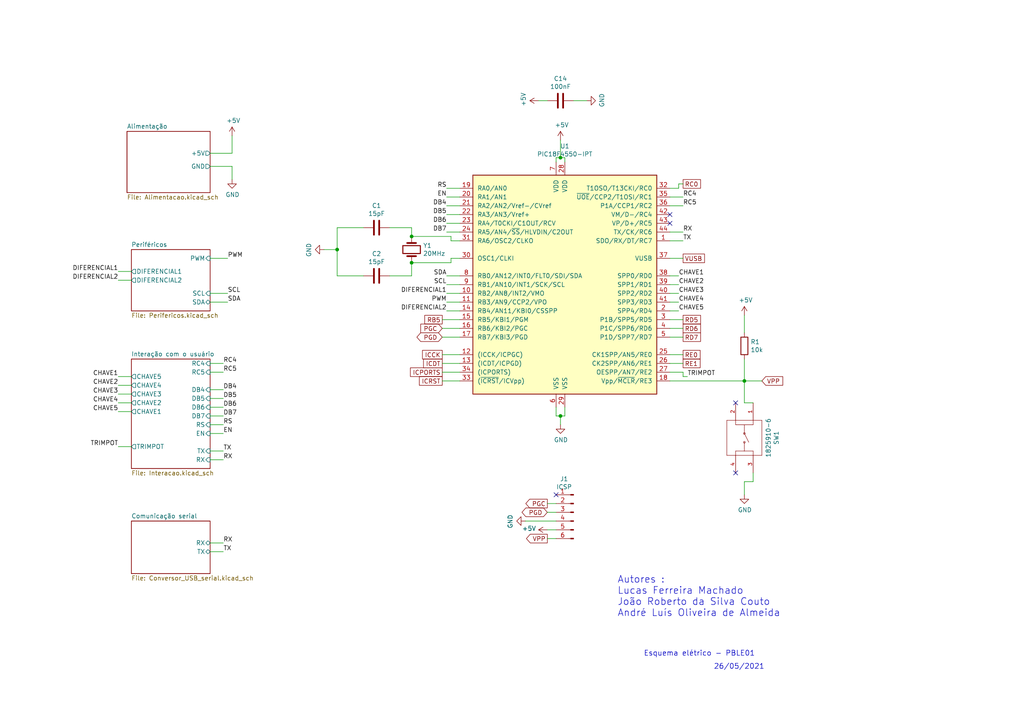
<source format=kicad_sch>
(kicad_sch (version 20211123) (generator eeschema)
  (paper "A4")
  (lib_symbols
    (symbol "Chave_1825910-6:1825910-6" (pin_names (offset 1.016) hide)
      (property "Reference" "SW" (at -5.08 5.842 0))
      (property "Value" "1825910-6" (at -5.08 -7.62 0))
      (symbol "1825910-6_0_0"
        (circle (center -1.27 0) (radius 0.254) (stroke (width 0.127)))
        (polyline (pts (xy -5.08 -5.08) (xy 5.08 -5.08)) (stroke (width 0.127)))
        (polyline (pts (xy -5.08 -2.54) (xy -5.08 -5.08)) (stroke (width 0.127)))
        (polyline (pts (xy -5.08 2.54) (xy -5.08 -2.54)) (stroke (width 0.127)))
        (polyline (pts (xy -5.08 2.54) (xy -3.81 2.54)) (stroke (width 0.127)))
        (polyline (pts (xy -5.08 5.08) (xy -5.08 2.54)) (stroke (width 0.127)))
        (polyline (pts (xy -5.08 5.08) (xy 5.08 5.08)) (stroke (width 0.127)))
        (polyline (pts (xy -3.81 -2.54) (xy -5.08 -2.54)) (stroke (width 0.127)))
        (polyline (pts (xy -3.81 0) (xy -3.81 -2.54)) (stroke (width 0.127)))
        (polyline (pts (xy -3.81 0) (xy -1.27 0)) (stroke (width 0.127)))
        (polyline (pts (xy -3.81 2.54) (xy -3.81 0)) (stroke (width 0.127)))
        (polyline (pts (xy -1.27 0) (xy 1.27 1.27)) (stroke (width 0.127)))
        (polyline (pts (xy 1.27 0) (xy 3.81 0)) (stroke (width 0.127)))
        (polyline (pts (xy 3.81 -2.54) (xy 5.08 -2.54)) (stroke (width 0.127)))
        (polyline (pts (xy 3.81 0) (xy 3.81 -2.54)) (stroke (width 0.127)))
        (polyline (pts (xy 3.81 0) (xy 3.81 2.54)) (stroke (width 0.127)))
        (polyline (pts (xy 3.81 2.54) (xy 5.08 2.54)) (stroke (width 0.127)))
        (polyline (pts (xy 5.08 -2.54) (xy 5.08 -5.08)) (stroke (width 0.127)))
        (polyline (pts (xy 5.08 2.54) (xy 5.08 -2.54)) (stroke (width 0.127)))
        (polyline (pts (xy 5.08 5.08) (xy 5.08 2.54)) (stroke (width 0.127)))
        (circle (center 1.27 0) (radius 0.254) (stroke (width 0.127)))
        (pin passive line (at -10.16 2.54 0) (length 5.08) (name "~") (number "1"))
        (pin passive line (at -10.16 -2.54 0) (length 5.08) (name "~") (number "2"))
        (pin passive line (at 10.16 2.54 180) (length 5.08) (name "~") (number "3"))
        (pin passive line (at 10.16 -2.54 180) (length 5.08) (name "~") (number "4"))
      )
    )
    (symbol "Connector:Conn_01x06_Male" (pin_names (offset 1.016) hide)
      (property "Reference" "J" (at 0 7.62 0))
      (property "Value" "Conn_01x06_Male" (at 0 -10.16 0))
      (symbol "Conn_01x06_Male_1_1"
        (polyline (pts (xy 1.27 -7.62) (xy 0.8636 -7.62)) (stroke (width 0.1524)))
        (polyline (pts (xy 1.27 -5.08) (xy 0.8636 -5.08)) (stroke (width 0.1524)))
        (polyline (pts (xy 1.27 -2.54) (xy 0.8636 -2.54)) (stroke (width 0.1524)))
        (polyline (pts (xy 1.27 0) (xy 0.8636 0)) (stroke (width 0.1524)))
        (polyline (pts (xy 1.27 2.54) (xy 0.8636 2.54)) (stroke (width 0.1524)))
        (polyline (pts (xy 1.27 5.08) (xy 0.8636 5.08)) (stroke (width 0.1524)))
        (rectangle (start 0.8636 -7.493) (end 0 -7.747) (stroke (width 0.1524)) (fill (type outline)))
        (rectangle (start 0.8636 -4.953) (end 0 -5.207) (stroke (width 0.1524)) (fill (type outline)))
        (rectangle (start 0.8636 -2.413) (end 0 -2.667) (stroke (width 0.1524)) (fill (type outline)))
        (rectangle (start 0.8636 0.127) (end 0 -0.127) (stroke (width 0.1524)) (fill (type outline)))
        (rectangle (start 0.8636 2.667) (end 0 2.413) (stroke (width 0.1524)) (fill (type outline)))
        (rectangle (start 0.8636 5.207) (end 0 4.953) (stroke (width 0.1524)) (fill (type outline)))
        (pin passive line (at 5.08 5.08 180) (length 3.81) (name "Pin_1") (number "1"))
        (pin passive line (at 5.08 2.54 180) (length 3.81) (name "Pin_2") (number "2"))
        (pin passive line (at 5.08 0 180) (length 3.81) (name "Pin_3") (number "3"))
        (pin passive line (at 5.08 -2.54 180) (length 3.81) (name "Pin_4") (number "4"))
        (pin passive line (at 5.08 -5.08 180) (length 3.81) (name "Pin_5") (number "5"))
        (pin passive line (at 5.08 -7.62 180) (length 3.81) (name "Pin_6") (number "6"))
      )
    )
    (symbol "Device:C" (pin_numbers hide) (pin_names (offset 0.254))
      (property "Reference" "C" (at 0.635 2.54 0))
      (property "Value" "C" (at 0.635 -2.54 0))
      (symbol "C_0_1"
        (polyline (pts (xy -2.032 -0.762) (xy 2.032 -0.762)) (stroke (width 0.508)))
        (polyline (pts (xy -2.032 0.762) (xy 2.032 0.762)) (stroke (width 0.508)))
      )
      (symbol "C_1_1"
        (pin passive line (at 0 3.81 270) (length 2.794) (name "~") (number "1"))
        (pin passive line (at 0 -3.81 90) (length 2.794) (name "~") (number "2"))
      )
    )
    (symbol "Device:Crystal" (pin_numbers hide) (pin_names (offset 1.016) hide)
      (property "Reference" "Y" (at 0 3.81 0))
      (property "Value" "Crystal" (at 0 -3.81 0))
      (symbol "Crystal_0_1"
        (rectangle (start -1.143 2.54) (end 1.143 -2.54) (stroke (width 0.3048)))
        (polyline (pts (xy -2.54 0) (xy -1.905 0)))
        (polyline (pts (xy -1.905 -1.27) (xy -1.905 1.27)) (stroke (width 0.508)))
        (polyline (pts (xy 1.905 -1.27) (xy 1.905 1.27)) (stroke (width 0.508)))
        (polyline (pts (xy 2.54 0) (xy 1.905 0)))
      )
      (symbol "Crystal_1_1"
        (pin passive line (at -3.81 0 0) (length 1.27) (name "1") (number "1"))
        (pin passive line (at 3.81 0 180) (length 1.27) (name "2") (number "2"))
      )
    )
    (symbol "Device:R" (pin_numbers hide) (pin_names (offset 0))
      (property "Reference" "R" (at 2.032 0 90))
      (property "Value" "R" (at 0 0 90))
      (symbol "R_0_1"
        (rectangle (start -1.016 -2.54) (end 1.016 2.54) (stroke (width 0.254)))
      )
      (symbol "R_1_1"
        (pin passive line (at 0 3.81 270) (length 1.27) (name "~") (number "1"))
        (pin passive line (at 0 -3.81 90) (length 1.27) (name "~") (number "2"))
      )
    )
    (symbol "MCU_Microchip_PIC18:PIC18F4550-IPT" (pin_names (offset 1.27))
      (property "Reference" "U" (at -25.4 33.02 0))
      (property "Value" "PIC18F4550-IPT" (at 16.51 -33.02 0))
      (symbol "PIC18F4550-IPT_0_1"
        (rectangle (start -26.67 31.75) (end 26.67 -31.75) (stroke (width 0.254)) (fill (type background)))
      )
      (symbol "PIC18F4550-IPT_1_1"
        (pin bidirectional line (at 30.48 12.7 180) (length 3.81) (name "SDO/RX/DT/RC7") (number "1"))
        (pin bidirectional line (at -30.48 -2.54 0) (length 3.81) (name "RB2/AN8/INT2/VMO") (number "10"))
        (pin bidirectional line (at -30.48 -5.08 0) (length 3.81) (name "RB3/AN9/CCP2/VPO") (number "11"))
        (pin bidirectional line (at -30.48 -20.32 0) (length 3.81) (name "(ICCK/ICPGC)") (number "12"))
        (pin bidirectional line (at -30.48 -22.86 0) (length 3.81) (name "(ICDT/ICPGD)") (number "13"))
        (pin bidirectional line (at -30.48 -7.62 0) (length 3.81) (name "RB4/AN11/KBI0/CSSPP") (number "14"))
        (pin bidirectional line (at -30.48 -10.16 0) (length 3.81) (name "RB5/KBI1/PGM") (number "15"))
        (pin bidirectional line (at -30.48 -12.7 0) (length 3.81) (name "RB6/KBI2/PGC") (number "16"))
        (pin bidirectional line (at -30.48 -15.24 0) (length 3.81) (name "RB7/KBI3/PGD") (number "17"))
        (pin input line (at 30.48 -27.94 180) (length 3.81) (name "Vpp/~{MCLR}/RE3") (number "18"))
        (pin bidirectional line (at -30.48 27.94 0) (length 3.81) (name "RA0/AN0") (number "19"))
        (pin bidirectional line (at 30.48 -7.62 180) (length 3.81) (name "SPP4/RD4") (number "2"))
        (pin bidirectional line (at -30.48 25.4 0) (length 3.81) (name "RA1/AN1") (number "20"))
        (pin bidirectional line (at -30.48 22.86 0) (length 3.81) (name "RA2/AN2/Vref-/CVref") (number "21"))
        (pin bidirectional line (at -30.48 20.32 0) (length 3.81) (name "RA3/AN3/Vref+") (number "22"))
        (pin bidirectional line (at -30.48 17.78 0) (length 3.81) (name "RA4/T0CKI/C1OUT/RCV") (number "23"))
        (pin bidirectional line (at -30.48 15.24 0) (length 3.81) (name "RA5/AN4/~{SS}/HLVDIN/C2OUT") (number "24"))
        (pin bidirectional line (at 30.48 -20.32 180) (length 3.81) (name "CK1SPP/AN5/RE0") (number "25"))
        (pin bidirectional line (at 30.48 -22.86 180) (length 3.81) (name "CK2SPP/AN6/RE1") (number "26"))
        (pin bidirectional line (at 30.48 -25.4 180) (length 3.81) (name "OESPP/AN7/RE2") (number "27"))
        (pin power_in line (at 0 35.56 270) (length 3.81) (name "VDD") (number "28"))
        (pin power_in line (at 0 -35.56 90) (length 3.81) (name "VSS") (number "29"))
        (pin bidirectional line (at 30.48 -10.16 180) (length 3.81) (name "P1B/SPP5/RD5") (number "3"))
        (pin input line (at -30.48 7.62 0) (length 3.81) (name "OSC1/CLKI") (number "30"))
        (pin output line (at -30.48 12.7 0) (length 3.81) (name "RA6/OSC2/CLKO") (number "31"))
        (pin bidirectional line (at 30.48 27.94 180) (length 3.81) (name "T1OSO/T13CKI/RC0") (number "32"))
        (pin input line (at -30.48 -27.94 0) (length 3.81) (name "(~{ICRST}/ICVpp)") (number "33"))
        (pin bidirectional line (at -30.48 -25.4 0) (length 3.81) (name "(ICPORTS)") (number "34"))
        (pin bidirectional line (at 30.48 25.4 180) (length 3.81) (name "~{UOE}/CCP2/T1OSI/RC1") (number "35"))
        (pin bidirectional line (at 30.48 22.86 180) (length 3.81) (name "P1A/CCP1/RC2") (number "36"))
        (pin bidirectional line (at 30.48 7.62 180) (length 3.81) (name "VUSB") (number "37"))
        (pin bidirectional line (at 30.48 2.54 180) (length 3.81) (name "SPP0/RD0") (number "38"))
        (pin bidirectional line (at 30.48 0 180) (length 3.81) (name "SPP1/RD1") (number "39"))
        (pin bidirectional line (at 30.48 -12.7 180) (length 3.81) (name "P1C/SPP6/RD6") (number "4"))
        (pin bidirectional line (at 30.48 -2.54 180) (length 3.81) (name "SPP2/RD2") (number "40"))
        (pin bidirectional line (at 30.48 -5.08 180) (length 3.81) (name "SPP3/RD3") (number "41"))
        (pin bidirectional line (at 30.48 20.32 180) (length 3.81) (name "VM/D-/RC4") (number "42"))
        (pin bidirectional line (at 30.48 17.78 180) (length 3.81) (name "VP/D+/RC5") (number "43"))
        (pin bidirectional line (at 30.48 15.24 180) (length 3.81) (name "TX/CK/RC6") (number "44"))
        (pin bidirectional line (at 30.48 -15.24 180) (length 3.81) (name "P1D/SPP7/RD7") (number "5"))
        (pin power_in line (at -2.54 -35.56 90) (length 3.81) (name "VSS") (number "6"))
        (pin power_in line (at -2.54 35.56 270) (length 3.81) (name "VDD") (number "7"))
        (pin bidirectional line (at -30.48 2.54 0) (length 3.81) (name "RB0/AN12/INT0/FLT0/SDI/SDA") (number "8"))
        (pin bidirectional line (at -30.48 0 0) (length 3.81) (name "RB1/AN10/INT1/SCK/SCL") (number "9"))
      )
    )
    (symbol "power:+5V" (power) (pin_names (offset 0))
      (property "Value" "+5V" (at 0 3.556 0))
      (symbol "+5V_0_1"
        (polyline (pts (xy -0.762 1.27) (xy 0 2.54)))
        (polyline (pts (xy 0 0) (xy 0 2.54)))
        (polyline (pts (xy 0 2.54) (xy 0.762 1.27)))
      )
      (symbol "+5V_1_1"
        (pin power_in line (at 0 0 90) (length 0) hide (name "+5V") (number "1"))
      )
    )
    (symbol "power:GND" (power) (pin_names (offset 0))
      (property "Value" "GND" (at 0 -3.81 0))
      (symbol "GND_0_1"
        (polyline (pts (xy 0 0) (xy 0 -1.27) (xy 1.27 -1.27) (xy 0 -2.54) (xy -1.27 -1.27) (xy 0 -1.27)))
      )
      (symbol "GND_1_1"
        (pin power_in line (at 0 0 270) (length 0) hide (name "GND") (number "1"))
      )
    )
  )
  (junction (at 162.56 120.65))
  (junction (at 215.9 110.49))
  (junction (at 97.79 72.39))
  (junction (at 162.56 45.72))
  (junction (at 119.38 76.2))
  (junction (at 119.38 68.58))
  (no_connect (at 194.31 62.23))
  (no_connect (at 194.31 64.77))
  (no_connect (at 213.36 116.84))
  (no_connect (at 213.36 137.16))
  (no_connect (at 161.29 143.51))
  (wire (pts (xy 161.29 118.11) (xy 161.29 120.65)))
  (wire (pts (xy 163.83 45.72) (xy 163.83 46.99)))
  (wire (pts (xy 215.9 104.14) (xy 215.9 110.49)))
  (wire (pts (xy 34.29 111.76) (xy 38.1 111.76)))
  (wire (pts (xy 161.29 45.72) (xy 162.56 45.72)))
  (wire (pts (xy 60.96 120.65) (xy 64.77 120.65)))
  (wire (pts (xy 162.56 120.65) (xy 163.83 120.65)))
  (wire (pts (xy 130.81 74.93) (xy 133.35 74.93)))
  (wire (pts (xy 67.31 48.26) (xy 67.31 52.07)))
  (wire (pts (xy 60.96 125.73) (xy 64.77 125.73)))
  (wire (pts (xy 119.38 66.04) (xy 119.38 68.58)))
  (wire (pts (xy 34.29 114.3) (xy 38.1 114.3)))
  (wire (pts (xy 34.29 119.38) (xy 38.1 119.38)))
  (wire (pts (xy 218.44 116.84) (xy 215.9 116.84)))
  (wire (pts (xy 196.85 53.34) (xy 198.12 53.34)))
  (wire (pts (xy 161.29 120.65) (xy 162.56 120.65)))
  (wire (pts (xy 130.81 69.85) (xy 133.35 69.85)))
  (wire (pts (xy 129.54 85.09) (xy 133.35 85.09)))
  (wire (pts (xy 129.54 54.61) (xy 133.35 54.61)))
  (wire (pts (xy 158.75 148.59) (xy 161.29 148.59)))
  (wire (pts (xy 162.56 45.72) (xy 162.56 40.64)))
  (wire (pts (xy 128.27 97.79) (xy 133.35 97.79)))
  (wire (pts (xy 194.31 80.01) (xy 196.85 80.01)))
  (wire (pts (xy 194.31 85.09) (xy 196.85 85.09)))
  (wire (pts (xy 128.27 105.41) (xy 133.35 105.41)))
  (wire (pts (xy 130.81 68.58) (xy 130.81 69.85)))
  (wire (pts (xy 119.38 68.58) (xy 130.81 68.58)))
  (wire (pts (xy 93.98 72.39) (xy 97.79 72.39)))
  (wire (pts (xy 119.38 76.2) (xy 130.81 76.2)))
  (wire (pts (xy 129.54 59.69) (xy 133.35 59.69)))
  (wire (pts (xy 128.27 110.49) (xy 133.35 110.49)))
  (wire (pts (xy 113.03 66.04) (xy 119.38 66.04)))
  (wire (pts (xy 34.29 129.54) (xy 38.1 129.54)))
  (wire (pts (xy 60.96 118.11) (xy 64.77 118.11)))
  (wire (pts (xy 128.27 102.87) (xy 133.35 102.87)))
  (wire (pts (xy 34.29 81.28) (xy 38.1 81.28)))
  (wire (pts (xy 194.31 54.61) (xy 196.85 54.61)))
  (wire (pts (xy 194.31 90.17) (xy 196.85 90.17)))
  (wire (pts (xy 60.96 123.19) (xy 64.77 123.19)))
  (wire (pts (xy 194.31 69.85) (xy 198.12 69.85)))
  (wire (pts (xy 129.54 80.01) (xy 133.35 80.01)))
  (wire (pts (xy 128.27 95.25) (xy 133.35 95.25)))
  (wire (pts (xy 60.96 107.95) (xy 64.77 107.95)))
  (wire (pts (xy 97.79 66.04) (xy 105.41 66.04)))
  (wire (pts (xy 194.31 92.71) (xy 198.12 92.71)))
  (wire (pts (xy 60.96 44.45) (xy 67.31 44.45)))
  (wire (pts (xy 60.96 115.57) (xy 64.77 115.57)))
  (wire (pts (xy 60.96 133.35) (xy 64.77 133.35)))
  (wire (pts (xy 34.29 78.74) (xy 38.1 78.74)))
  (wire (pts (xy 128.27 107.95) (xy 133.35 107.95)))
  (wire (pts (xy 129.54 67.31) (xy 133.35 67.31)))
  (wire (pts (xy 194.31 105.41) (xy 198.12 105.41)))
  (wire (pts (xy 129.54 57.15) (xy 133.35 57.15)))
  (wire (pts (xy 194.31 107.95) (xy 198.12 107.95)))
  (wire (pts (xy 196.85 54.61) (xy 196.85 53.34)))
  (wire (pts (xy 60.96 74.93) (xy 66.04 74.93)))
  (wire (pts (xy 128.27 92.71) (xy 133.35 92.71)))
  (wire (pts (xy 215.9 143.51) (xy 215.9 139.7)))
  (wire (pts (xy 215.9 110.49) (xy 220.98 110.49)))
  (wire (pts (xy 194.31 82.55) (xy 196.85 82.55)))
  (wire (pts (xy 34.29 109.22) (xy 38.1 109.22)))
  (wire (pts (xy 194.31 87.63) (xy 196.85 87.63)))
  (wire (pts (xy 166.37 29.21) (xy 170.18 29.21)))
  (wire (pts (xy 158.75 156.21) (xy 161.29 156.21)))
  (wire (pts (xy 194.31 110.49) (xy 215.9 110.49)))
  (wire (pts (xy 129.54 82.55) (xy 133.35 82.55)))
  (wire (pts (xy 215.9 139.7) (xy 218.44 139.7)))
  (wire (pts (xy 130.81 76.2) (xy 130.81 74.93)))
  (wire (pts (xy 194.31 102.87) (xy 198.12 102.87)))
  (wire (pts (xy 97.79 66.04) (xy 97.79 72.39)))
  (wire (pts (xy 129.54 87.63) (xy 133.35 87.63)))
  (wire (pts (xy 129.54 64.77) (xy 133.35 64.77)))
  (wire (pts (xy 97.79 80.01) (xy 105.41 80.01)))
  (wire (pts (xy 194.31 67.31) (xy 198.12 67.31)))
  (wire (pts (xy 60.96 113.03) (xy 64.77 113.03)))
  (wire (pts (xy 119.38 80.01) (xy 119.38 76.2)))
  (wire (pts (xy 198.12 59.69) (xy 194.31 59.69)))
  (wire (pts (xy 162.56 120.65) (xy 162.56 123.19)))
  (wire (pts (xy 198.12 107.95) (xy 198.12 109.22)))
  (wire (pts (xy 97.79 72.39) (xy 97.79 80.01)))
  (wire (pts (xy 60.96 130.81) (xy 64.77 130.81)))
  (wire (pts (xy 162.56 45.72) (xy 163.83 45.72)))
  (wire (pts (xy 194.31 95.25) (xy 198.12 95.25)))
  (wire (pts (xy 60.96 48.26) (xy 67.31 48.26)))
  (wire (pts (xy 215.9 110.49) (xy 215.9 116.84)))
  (wire (pts (xy 67.31 44.45) (xy 67.31 39.37)))
  (wire (pts (xy 34.29 116.84) (xy 38.1 116.84)))
  (wire (pts (xy 60.96 105.41) (xy 64.77 105.41)))
  (wire (pts (xy 198.12 109.22) (xy 199.39 109.22)))
  (wire (pts (xy 129.54 90.17) (xy 133.35 90.17)))
  (wire (pts (xy 163.83 120.65) (xy 163.83 118.11)))
  (wire (pts (xy 158.75 146.05) (xy 161.29 146.05)))
  (wire (pts (xy 194.31 74.93) (xy 198.12 74.93)))
  (wire (pts (xy 60.96 157.48) (xy 64.77 157.48)))
  (wire (pts (xy 158.75 153.67) (xy 161.29 153.67)))
  (wire (pts (xy 152.4 151.13) (xy 161.29 151.13)))
  (wire (pts (xy 60.96 87.63) (xy 66.04 87.63)))
  (wire (pts (xy 198.12 57.15) (xy 194.31 57.15)))
  (wire (pts (xy 156.21 29.21) (xy 158.75 29.21)))
  (wire (pts (xy 60.96 85.09) (xy 66.04 85.09)))
  (wire (pts (xy 113.03 80.01) (xy 119.38 80.01)))
  (wire (pts (xy 60.96 160.02) (xy 64.77 160.02)))
  (wire (pts (xy 161.29 46.99) (xy 161.29 45.72)))
  (wire (pts (xy 129.54 62.23) (xy 133.35 62.23)))
  (wire (pts (xy 215.9 96.52) (xy 215.9 91.44)))
  (wire (pts (xy 218.44 139.7) (xy 218.44 137.16)))
  (wire (pts (xy 194.31 97.79) (xy 198.12 97.79)))
  (text "26/05/2021" (at 207.01 194.31 0) (effects (font (size 1.4986 1.4986)) (justify left bottom)))
  (text "Autores :\nLucas Ferreira Machado\nJoão Roberto da Silva Couto \nAndré Luís Oliveira de Almeida\n" (at 179.07 179.07 0) (effects (font (size 2.0066 2.0066)) (justify left bottom)))
  (text "Esquema elétrico - PBLE01" (at 186.69 190.5 0) (effects (font (size 1.4986 1.4986)) (justify left bottom)))
  (label "CHAVE3" (at 34.29 114.3 180))
  (label "CHAVE3" (at 196.85 85.09 0))
  (label "SDA" (at 129.54 80.01 180))
  (label "RC4" (at 64.77 105.41 0))
  (label "CHAVE5" (at 196.85 90.17 0))
  (label "TX" (at 198.12 69.85 0))
  (label "SCL" (at 129.54 82.55 180))
  (label "DB5" (at 129.54 62.23 180))
  (label "DB6" (at 64.77 118.11 0))
  (label "TRIMPOT" (at 199.39 109.22 0))
  (label "DB6" (at 129.54 64.77 180))
  (label "TRIMPOT" (at 34.29 129.54 180))
  (label "CHAVE1" (at 34.29 109.22 180))
  (label "RS" (at 129.54 54.61 180))
  (label "RC4" (at 198.12 57.15 0))
  (label "DB5" (at 64.77 115.57 0))
  (label "DIFERENCIAL1" (at 34.29 78.74 180))
  (label "PWM" (at 66.04 74.93 0))
  (label "DB7" (at 129.54 67.31 180))
  (label "SCL" (at 66.04 85.09 0))
  (label "CHAVE2" (at 34.29 111.76 180))
  (label "EN" (at 129.54 57.15 180))
  (label "CHAVE5" (at 34.29 119.38 180))
  (label "SDA" (at 66.04 87.63 0))
  (label "TX" (at 64.77 160.02 0))
  (label "DB7" (at 64.77 120.65 0))
  (label "DIFERENCIAL1" (at 129.54 85.09 180))
  (label "RX" (at 64.77 157.48 0))
  (label "RX" (at 198.12 67.31 0))
  (label "PWM" (at 129.54 87.63 180))
  (label "EN" (at 64.77 125.73 0))
  (label "RX" (at 64.77 133.35 0))
  (label "CHAVE4" (at 34.29 116.84 180))
  (label "DIFERENCIAL2" (at 129.54 90.17 180))
  (label "DIFERENCIAL2" (at 34.29 81.28 180))
  (label "CHAVE1" (at 196.85 80.01 0))
  (label "DB4" (at 129.54 59.69 180))
  (label "RS" (at 64.77 123.19 0))
  (label "DB4" (at 64.77 113.03 0))
  (label "CHAVE4" (at 196.85 87.63 0))
  (label "TX" (at 64.77 130.81 0))
  (label "RC5" (at 64.77 107.95 0))
  (label "CHAVE2" (at 196.85 82.55 0))
  (label "RC5" (at 198.12 59.69 0))
  (global_label "RD7" (shape passive) (at 198.12 97.79 0) (property "Intersheet References" "${INTERSHEET_REFS}" (effects hide)))
  (global_label "VPP" (shape input) (at 220.98 110.49 0) (property "Intersheet References" "${INTERSHEET_REFS}" (effects hide)))
  (global_label "VPP" (shape output) (at 158.75 156.21 180) (property "Intersheet References" "${INTERSHEET_REFS}" (effects hide)))
  (global_label "PGC" (shape output) (at 158.75 146.05 180) (property "Intersheet References" "${INTERSHEET_REFS}" (effects hide)))
  (global_label "ICRST" (shape passive) (at 128.27 110.49 180) (property "Intersheet References" "${INTERSHEET_REFS}" (effects hide)))
  (global_label "RD5" (shape passive) (at 198.12 92.71 0) (property "Intersheet References" "${INTERSHEET_REFS}" (effects hide)))
  (global_label "PGD" (shape bidirectional) (at 158.75 148.59 180) (property "Intersheet References" "${INTERSHEET_REFS}" (effects hide)))
  (global_label "VUSB" (shape passive) (at 198.12 74.93 0) (property "Intersheet References" "${INTERSHEET_REFS}" (effects hide)))
  (global_label "PGC" (shape input) (at 128.27 95.25 180) (property "Intersheet References" "${INTERSHEET_REFS}" (effects hide)))
  (global_label "RE0" (shape passive) (at 198.12 102.87 0) (property "Intersheet References" "${INTERSHEET_REFS}" (effects hide)))
  (global_label "ICDT" (shape passive) (at 128.27 105.41 180) (property "Intersheet References" "${INTERSHEET_REFS}" (effects hide)))
  (global_label "ICCK" (shape passive) (at 128.27 102.87 180) (property "Intersheet References" "${INTERSHEET_REFS}" (effects hide)))
  (global_label "ICPORTS" (shape passive) (at 128.27 107.95 180) (property "Intersheet References" "${INTERSHEET_REFS}" (effects hide)))
  (global_label "RD6" (shape passive) (at 198.12 95.25 0) (property "Intersheet References" "${INTERSHEET_REFS}" (effects hide)))
  (global_label "RB5" (shape passive) (at 128.27 92.71 180) (property "Intersheet References" "${INTERSHEET_REFS}" (effects hide)))
  (global_label "PGD" (shape bidirectional) (at 128.27 97.79 180) (property "Intersheet References" "${INTERSHEET_REFS}" (effects hide)))
  (global_label "RE1" (shape passive) (at 198.12 105.41 0) (property "Intersheet References" "${INTERSHEET_REFS}" (effects hide)))
  (global_label "RC0" (shape passive) (at 198.12 53.34 0) (property "Intersheet References" "${INTERSHEET_REFS}" (effects hide)))
  (symbol (lib_id "MCU_Microchip_PIC18:PIC18F4550-IPT") (at 163.83 82.55 0) (unit 1)
    (property "Reference" "U1" (at 163.83 42.3926 0))
    (property "Value" "PIC18F4550-IPT" (at 163.83 44.704 0))
    (property "Footprint" "Package_QFP:TQFP-44_10x10mm_P0.8mm" (effects hide))
    (property "Datasheet" "http://ww1.microchip.com/downloads/en/DeviceDoc/39760d.pdf" (effects hide))
  )
  (symbol (lib_id "Device:Crystal") (at 119.38 72.39 270) (unit 1)
    (property "Reference" "Y1" (at 122.7074 71.2216 90) (effects (justify left)))
    (property "Value" "20MHz" (at 122.7074 73.533 90) (effects (justify left)))
    (property "Footprint" "Crystal:Crystal_HC49-4H_Vertical" (effects hide))
  )
  (symbol (lib_id "power:GND") (at 93.98 72.39 270) (unit 1)
    (property "Reference" "#PWR0103" (effects hide))
    (property "Value" "GND" (at 89.5858 72.517 0))
  )
  (symbol (lib_id "Chave_1825910-6:1825910-6") (at 215.9 127 270) (unit 1)
    (property "Reference" "SW1" (at 225.171 127 0))
    (property "Value" "1825910-6" (at 222.8596 127 0))
    (property "Footprint" "Chave Táctil:SW_1825910-6-4" (effects hide))
    (property "EU_RoHS_Compliance" "Compliant" (effects hide))
    (property "Configuration_Pole-Throw" "Single Pole - Single Throw" (effects hide))
    (property "Contact_Current_Rating" "50 mA" (effects hide))
    (property "Comment" "1825910-6" (effects hide))
  )
  (symbol (lib_id "power:GND") (at 215.9 143.51 0) (unit 1)
    (property "Reference" "#PWR0101" (effects hide))
    (property "Value" "GND" (at 216.027 147.9042 0))
  )
  (symbol (lib_id "Connector:Conn_01x06_Male") (at 166.37 148.59 0) (mirror y) (unit 1)
    (property "Reference" "J1" (at 163.6268 138.9126 0))
    (property "Value" "ICSP" (at 163.6268 141.224 0))
    (property "Footprint" "Connector_PinHeader_2.54mm:PinHeader_1x06_P2.54mm_Vertical" (effects hide))
  )
  (symbol (lib_id "power:GND") (at 162.56 123.19 0) (unit 1)
    (property "Reference" "#PWR0102" (effects hide))
    (property "Value" "GND" (at 162.687 127.5842 0))
  )
  (symbol (lib_id "power:GND") (at 152.4 151.13 270) (unit 1)
    (property "Reference" "#PWR0104" (effects hide))
    (property "Value" "GND" (at 148.0058 151.257 0))
  )
  (symbol (lib_id "Device:C") (at 109.22 66.04 90) (unit 1)
    (property "Reference" "C1" (at 109.22 59.6392 90))
    (property "Value" "15pF" (at 109.22 61.9506 90))
    (property "Footprint" "Capacitor_SMD:C_0805_2012Metric_Pad1.18x1.45mm_HandSolder" (effects hide))
  )
  (symbol (lib_id "Device:C") (at 109.22 80.01 90) (unit 1)
    (property "Reference" "C2" (at 109.22 73.6092 90))
    (property "Value" "15pF" (at 109.22 75.9206 90))
    (property "Footprint" "Capacitor_SMD:C_0805_2012Metric_Pad1.18x1.45mm_HandSolder" (effects hide))
  )
  (symbol (lib_id "power:+5V") (at 215.9 91.44 0) (unit 1)
    (property "Reference" "#PWR0119" (effects hide))
    (property "Value" "+5V" (at 216.281 87.0458 0))
  )
  (symbol (lib_id "power:+5V") (at 162.56 40.64 0) (unit 1)
    (property "Reference" "#PWR0127" (effects hide))
    (property "Value" "+5V" (at 162.941 36.2458 0))
  )
  (symbol (lib_id "Device:R") (at 215.9 100.33 0) (unit 1)
    (property "Reference" "R1" (at 217.678 99.1616 0) (effects (justify left)))
    (property "Value" "10k" (at 217.678 101.473 0) (effects (justify left)))
    (property "Footprint" "Resistor_SMD:R_0805_2012Metric_Pad1.20x1.40mm_HandSolder" (effects hide))
  )
  (symbol (lib_id "power:+5V") (at 158.75 153.67 90) (unit 1)
    (property "Reference" "#PWR0138" (effects hide))
    (property "Value" "+5V" (at 155.4988 153.289 90) (effects (justify left)))
  )
  (symbol (lib_id "power:+5V") (at 67.31 39.37 0) (unit 1)
    (property "Reference" "#PWR0105" (effects hide))
    (property "Value" "+5V" (at 67.691 34.9758 0))
  )
  (symbol (lib_id "power:GND") (at 67.31 52.07 0) (unit 1)
    (property "Reference" "#PWR0107" (effects hide))
    (property "Value" "GND" (at 67.437 56.4642 0))
  )
  (symbol (lib_id "Device:C") (at 162.56 29.21 90) (unit 1)
    (property "Reference" "C14" (at 162.56 22.8092 90))
    (property "Value" "100nF" (at 162.56 25.1206 90))
    (property "Footprint" "Capacitor_SMD:C_0805_2012Metric_Pad1.18x1.45mm_HandSolder" (effects hide))
  )
  (symbol (lib_id "power:+5V") (at 156.21 29.21 90) (unit 1)
    (property "Reference" "#PWR0115" (effects hide))
    (property "Value" "+5V" (at 151.8158 28.829 0))
  )
  (symbol (lib_id "power:GND") (at 170.18 29.21 90) (unit 1)
    (property "Reference" "#PWR0141" (effects hide))
    (property "Value" "GND" (at 174.5742 29.083 0))
  )
  (sheet (at 36.83 38.1) (size 24.13 17.78)
    (property "Sheet name" "Alimentação" (at 36.83 37.3884 0) (effects (justify left bottom)))
    (property "Sheet file" "Alimentacao.kicad_sch" (at 36.83 56.4646 0) (effects (justify left top)))
    (pin "+5V" output (at 60.96 44.45 0))
    (pin "GND" output (at 60.96 48.26 0))
  )
  (sheet (at 38.1 104.14) (size 22.86 31.75)
    (property "Sheet name" "Interação com o usuário" (at 38.1 103.4284 0) (effects (justify left bottom)))
    (property "Sheet file" "Interacao.kicad_sch" (at 38.1 136.4746 0) (effects (justify left top)))
    (pin "TRIMPOT" output (at 38.1 129.54 180))
    (pin "RC4" input (at 60.96 105.41 0))
    (pin "RC5" input (at 60.96 107.95 0))
    (pin "DB4" input (at 60.96 113.03 0))
    (pin "DB5" input (at 60.96 115.57 0))
    (pin "DB6" input (at 60.96 118.11 0))
    (pin "DB7" input (at 60.96 120.65 0))
    (pin "RS" input (at 60.96 123.19 0))
    (pin "EN" input (at 60.96 125.73 0))
    (pin "CHAVE1" output (at 38.1 119.38 180))
    (pin "CHAVE2" output (at 38.1 116.84 180))
    (pin "CHAVE3" output (at 38.1 114.3 180))
    (pin "CHAVE4" output (at 38.1 111.76 180))
    (pin "CHAVE5" output (at 38.1 109.22 180))
    (pin "TX" input (at 60.96 130.81 0))
    (pin "RX" input (at 60.96 133.35 0))
  )
  (sheet (at 38.1 151.13) (size 22.86 15.24)
    (property "Sheet name" "Comunicação serial " (at 38.1 150.4184 0) (effects (justify left bottom)))
    (property "Sheet file" "Conversor_USB_serial.kicad_sch" (at 38.1 166.9546 0) (effects (justify left top)))
    (pin "RX" bidirectional (at 60.96 157.48 0))
    (pin "TX" bidirectional (at 60.96 160.02 0))
  )
  (sheet (at 38.1 72.39) (size 22.86 17.78)
    (property "Sheet name" "Periféricos" (at 38.1 71.6784 0) (effects (justify left bottom)))
    (property "Sheet file" "Perifericos.kicad_sch" (at 38.1 90.7546 0) (effects (justify left top)))
    (pin "SCL" input (at 60.96 85.09 0))
    (pin "SDA" bidirectional (at 60.96 87.63 0))
    (pin "DIFERENCIAL1" output (at 38.1 78.74 180))
    (pin "DIFERENCIAL2" output (at 38.1 81.28 180))
    (pin "PWM" input (at 60.96 74.93 0))
  )
)
</source>
